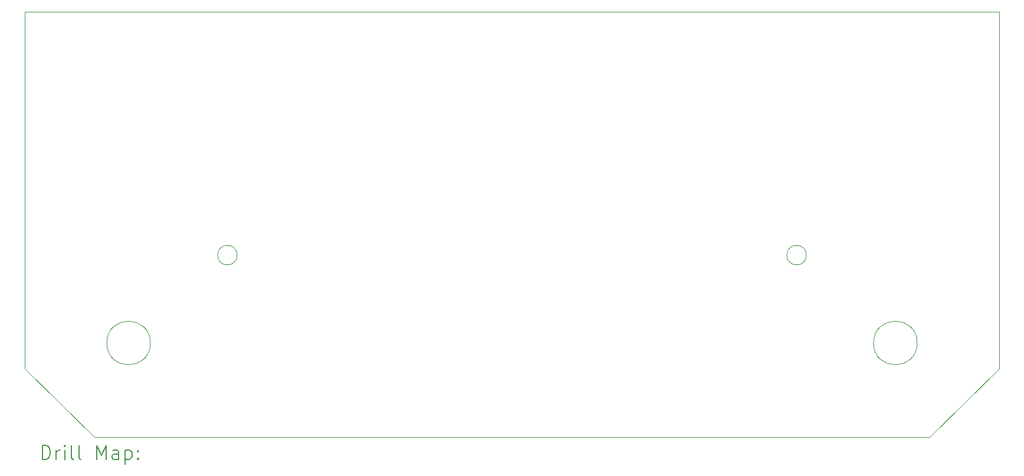
<source format=gbr>
%FSLAX45Y45*%
G04 Gerber Fmt 4.5, Leading zero omitted, Abs format (unit mm)*
G04 Created by KiCad (PCBNEW (6.0.0)) date 2022-03-13 17:55:17*
%MOMM*%
%LPD*%
G01*
G04 APERTURE LIST*
%TA.AperFunction,Profile*%
%ADD10C,0.100000*%
%TD*%
%ADD11C,0.200000*%
G04 APERTURE END LIST*
D10*
X22294500Y-6702500D02*
X22294500Y-11823500D01*
X8307500Y-6702500D02*
X22294500Y-6702500D01*
X11356500Y-10197000D02*
G75*
G03*
X11356500Y-10197000I-140500J0D01*
G01*
X21117500Y-11458000D02*
G75*
G03*
X21117500Y-11458000I-313500J0D01*
G01*
X21294500Y-12812500D02*
X22294500Y-11823500D01*
X21294500Y-12812500D02*
X9305720Y-12812500D01*
X8307500Y-11823500D02*
X9305720Y-12812500D01*
X19526500Y-10197000D02*
G75*
G03*
X19526500Y-10197000I-140500J0D01*
G01*
X10111500Y-11458000D02*
G75*
G03*
X10111500Y-11458000I-313500J0D01*
G01*
X8307500Y-11823500D02*
X8307500Y-6702500D01*
D11*
X8560119Y-13127976D02*
X8560119Y-12927976D01*
X8607738Y-12927976D01*
X8636310Y-12937500D01*
X8655357Y-12956548D01*
X8664881Y-12975595D01*
X8674405Y-13013690D01*
X8674405Y-13042262D01*
X8664881Y-13080357D01*
X8655357Y-13099405D01*
X8636310Y-13118452D01*
X8607738Y-13127976D01*
X8560119Y-13127976D01*
X8760119Y-13127976D02*
X8760119Y-12994643D01*
X8760119Y-13032738D02*
X8769643Y-13013690D01*
X8779167Y-13004167D01*
X8798214Y-12994643D01*
X8817262Y-12994643D01*
X8883929Y-13127976D02*
X8883929Y-12994643D01*
X8883929Y-12927976D02*
X8874405Y-12937500D01*
X8883929Y-12947024D01*
X8893452Y-12937500D01*
X8883929Y-12927976D01*
X8883929Y-12947024D01*
X9007738Y-13127976D02*
X8988690Y-13118452D01*
X8979167Y-13099405D01*
X8979167Y-12927976D01*
X9112500Y-13127976D02*
X9093452Y-13118452D01*
X9083929Y-13099405D01*
X9083929Y-12927976D01*
X9341071Y-13127976D02*
X9341071Y-12927976D01*
X9407738Y-13070833D01*
X9474405Y-12927976D01*
X9474405Y-13127976D01*
X9655357Y-13127976D02*
X9655357Y-13023214D01*
X9645833Y-13004167D01*
X9626786Y-12994643D01*
X9588690Y-12994643D01*
X9569643Y-13004167D01*
X9655357Y-13118452D02*
X9636310Y-13127976D01*
X9588690Y-13127976D01*
X9569643Y-13118452D01*
X9560119Y-13099405D01*
X9560119Y-13080357D01*
X9569643Y-13061309D01*
X9588690Y-13051786D01*
X9636310Y-13051786D01*
X9655357Y-13042262D01*
X9750595Y-12994643D02*
X9750595Y-13194643D01*
X9750595Y-13004167D02*
X9769643Y-12994643D01*
X9807738Y-12994643D01*
X9826786Y-13004167D01*
X9836310Y-13013690D01*
X9845833Y-13032738D01*
X9845833Y-13089881D01*
X9836310Y-13108928D01*
X9826786Y-13118452D01*
X9807738Y-13127976D01*
X9769643Y-13127976D01*
X9750595Y-13118452D01*
X9931548Y-13108928D02*
X9941071Y-13118452D01*
X9931548Y-13127976D01*
X9922024Y-13118452D01*
X9931548Y-13108928D01*
X9931548Y-13127976D01*
X9931548Y-13004167D02*
X9941071Y-13013690D01*
X9931548Y-13023214D01*
X9922024Y-13013690D01*
X9931548Y-13004167D01*
X9931548Y-13023214D01*
M02*

</source>
